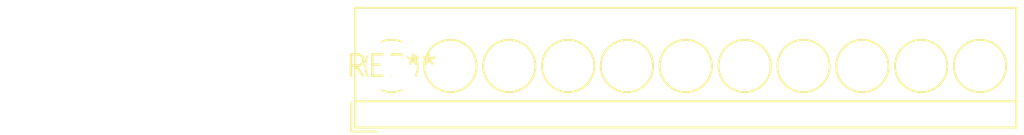
<source format=kicad_pcb>
(kicad_pcb (version 20240108) (generator pcbnew)
  (layers (0 "F.Cu" signal) (31 "B.Cu" signal) (34 "B.Paste" user) (35 "F.Paste" user) (36 "B.SilkS" user "B.Silkscreen") (37 "F.SilkS" user "F.Silkscreen") (38 "B.Mask" user) (39 "F.Mask" user) (44 "Edge.Cuts" user))
  (net 0 "")
  (footprint "TerminalBlock_4Ucon_1x11_P3.50mm_Horizontal" (layer "F.Cu") (at 0 0)
    (property "Reference" "REF**")
    (property "Value" "TerminalBlock_4Ucon_1x11_P3.50mm_Horizontal")
    (fp_line (start -2.4 2.16) (end -2.4 3.9) (layer "F.SilkS") (stroke (width 0.12)))
    (fp_line (start -2.4 3.9) (end -0.9 3.9) (layer "F.SilkS") (stroke (width 0.12)))
    (fp_line (start -2.16 -3.46) (end -2.16 3.66) (layer "F.SilkS") (stroke (width 0.12)))
    (fp_line (start -2.16 -3.46) (end 37.16 -3.46) (layer "F.SilkS") (stroke (width 0.12)))
    (fp_line (start -2.16 2.1) (end 37.16 2.1) (layer "F.SilkS") (stroke (width 0.12)))
    (fp_line (start -2.16 3.66) (end 37.16 3.66) (layer "F.SilkS") (stroke (width 0.12)))
    (fp_line (start 37.16 -3.46) (end 37.16 3.66) (layer "F.SilkS") (stroke (width 0.12)))
    (fp_arc (start -1.432109 0.607742) (mid -1.555727 -0.00014) (end -1.432 -0.608) (layer "F.SilkS") (stroke (width 0.12)))
    (fp_arc (start -0.607742 -1.432109) (mid 0.00014 -1.555727) (end 0.608 -1.432) (layer "F.SilkS") (stroke (width 0.12)))
    (fp_arc (start 0.027011 1.555493) (mid -0.296984 1.527118) (end -0.608 1.432) (layer "F.SilkS") (stroke (width 0.12)))
    (fp_arc (start 0.607587 1.431385) (mid 0.310017 1.523783) (end 0 1.555) (layer "F.SilkS") (stroke (width 0.12)))
    (fp_arc (start 1.432109 -0.607742) (mid 1.555727 0.00014) (end 1.432 0.608) (layer "F.SilkS") (stroke (width 0.12)))
    (fp_circle (center 3.5 0) (end 5.055 0) (layer "F.SilkS") (stroke (width 0.12)) (fill none))
    (fp_circle (center 7 0) (end 8.555 0) (layer "F.SilkS") (stroke (width 0.12)) (fill none))
    (fp_circle (center 10.5 0) (end 12.055 0) (layer "F.SilkS") (stroke (width 0.12)) (fill none))
    (fp_circle (center 14 0) (end 15.555 0) (layer "F.SilkS") (stroke (width 0.12)) (fill none))
    (fp_circle (center 17.5 0) (end 19.055 0) (layer "F.SilkS") (stroke (width 0.12)) (fill none))
    (fp_circle (center 21 0) (end 22.555 0) (layer "F.SilkS") (stroke (width 0.12)) (fill none))
    (fp_circle (center 24.5 0) (end 26.055 0) (layer "F.SilkS") (stroke (width 0.12)) (fill none))
    (fp_circle (center 28 0) (end 29.555 0) (layer "F.SilkS") (stroke (width 0.12)) (fill none))
    (fp_circle (center 31.5 0) (end 33.055 0) (layer "F.SilkS") (stroke (width 0.12)) (fill none))
    (fp_circle (center 35 0) (end 36.555 0) (layer "F.SilkS") (stroke (width 0.12)) (fill none))
    (pad "1" thru_hole rect (at 0 0) (size 2.4 2.4) (drill 1.2) (layers *.Cu *.Mask) (remove_unused_layers))
    (pad "2" thru_hole circle (at 3.5 0) (size 2.4 2.4) (drill 1.2) (layers *.Cu *.Mask) (remove_unused_layers))
    (pad "3" thru_hole circle (at 7 0) (size 2.4 2.4) (drill 1.2) (layers *.Cu *.Mask) (remove_unused_layers))
    (pad "4" thru_hole circle (at 10.5 0) (size 2.4 2.4) (drill 1.2) (layers *.Cu *.Mask) (remove_unused_layers))
    (pad "5" thru_hole circle (at 14 0) (size 2.4 2.4) (drill 1.2) (layers *.Cu *.Mask) (remove_unused_layers))
    (pad "6" thru_hole circle (at 17.5 0) (size 2.4 2.4) (drill 1.2) (layers *.Cu *.Mask) (remove_unused_layers))
    (pad "7" thru_hole circle (at 21 0) (size 2.4 2.4) (drill 1.2) (layers *.Cu *.Mask) (remove_unused_layers))
    (pad "8" thru_hole circle (at 24.5 0) (size 2.4 2.4) (drill 1.2) (layers *.Cu *.Mask) (remove_unused_layers))
    (pad "9" thru_hole circle (at 28 0) (size 2.4 2.4) (drill 1.2) (layers *.Cu *.Mask) (remove_unused_layers))
    (pad "10" thru_hole circle (at 31.5 0) (size 2.4 2.4) (drill 1.2) (layers *.Cu *.Mask) (remove_unused_layers))
    (pad "11" thru_hole circle (at 35 0) (size 2.4 2.4) (drill 1.2) (layers *.Cu *.Mask) (remove_unused_layers))
  )
)
</source>
